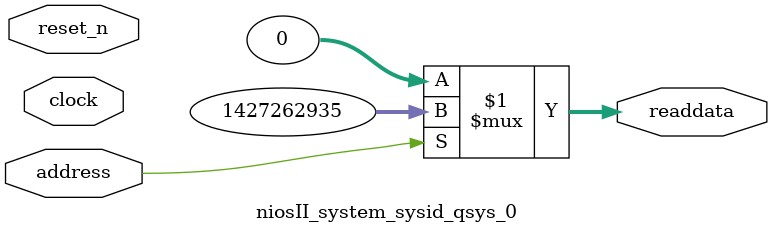
<source format=v>

`timescale 1ns / 1ps
// synthesis translate_on

// turn off superfluous verilog processor warnings 
// altera message_level Level1 
// altera message_off 10034 10035 10036 10037 10230 10240 10030 

module niosII_system_sysid_qsys_0 (
               // inputs:
                address,
                clock,
                reset_n,

               // outputs:
                readdata
             )
;

  output  [ 31: 0] readdata;
  input            address;
  input            clock;
  input            reset_n;

  wire    [ 31: 0] readdata;
  //control_slave, which is an e_avalon_slave
  assign readdata = address ? 1427262935 : 0;

endmodule




</source>
